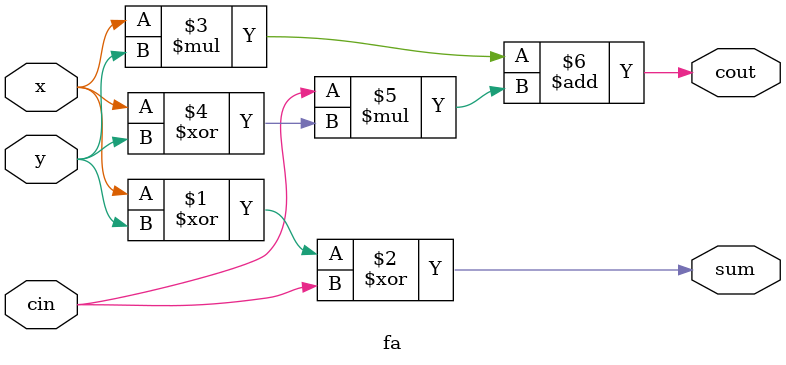
<source format=v>
module top_module (
    input [3:0] x,
    input [3:0] y, 
    output [4:0] sum);
    wire cin;
    reg [3:0] cout;
    
    fa inst1 (.x(x[0]),.y(y[0]),.cin(),.cout(cout[0]),.sum(sum[0]));
    fa inst2 (.x(x[1]),.y(y[1]),.cin(cout[0]),.cout(cout[1]),.sum(sum[1]));
    fa inst3 (.x(x[2]),.y(y[2]),.cin(cout[1]),.cout(cout[2]),.sum(sum[2]));
    fa inst4 (.x(x[3]),.y(y[3]),.cin(cout[2]),.cout(sum[4]),.sum(sum[3]));

endmodule
    

module fa( 
    input x, y, cin,
    output cout, sum );
    assign sum = x^y^cin;
    assign cout = x*y + cin*(x^y);

endmodule

//Solution 2

/*
module top_module (
	input [3:0] x,
	input [3:0] y,
	output [4:0] sum
);

	// This circuit is a 4-bit ripple-carry adder with carry-out.
	assign sum = x+y;	// Verilog addition automatically produces the carry-out bit.

	// Verilog quirk: Even though the value of (x+y) includes the carry-out, (x+y) is still considered to be a 4-bit number (The max width of the two operands).
	// This is correct:
	// assign sum = (x+y);
	// But this is incorrect:
	// assign sum = {x+y};	// Concatenation operator: This discards the carry-out
endmodule
*/
</source>
